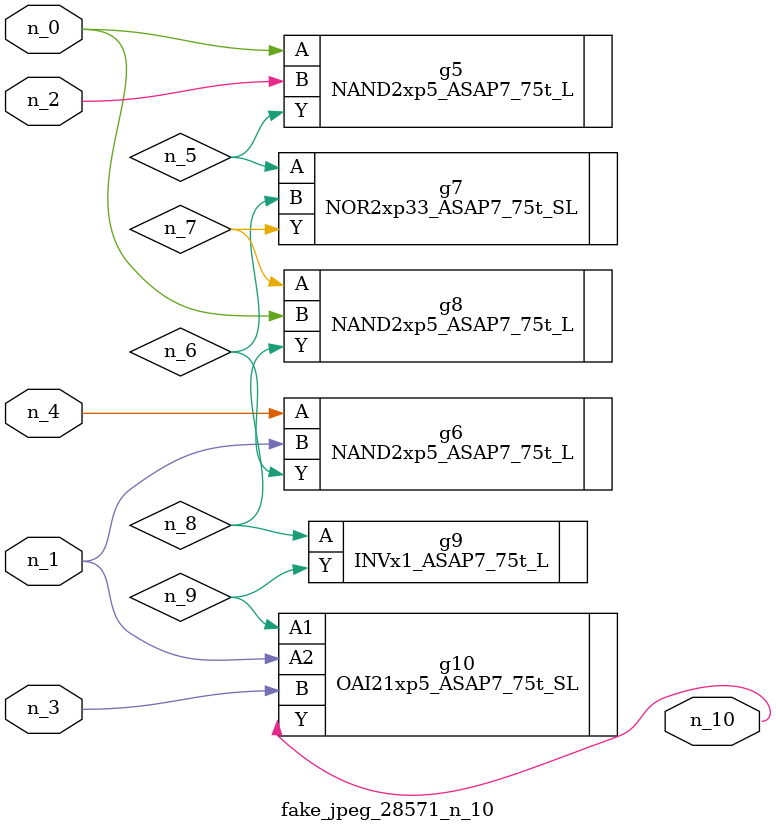
<source format=v>
module fake_jpeg_28571_n_10 (n_3, n_2, n_1, n_0, n_4, n_10);

input n_3;
input n_2;
input n_1;
input n_0;
input n_4;

output n_10;

wire n_8;
wire n_9;
wire n_6;
wire n_5;
wire n_7;

NAND2xp5_ASAP7_75t_L g5 ( 
.A(n_0),
.B(n_2),
.Y(n_5)
);

NAND2xp5_ASAP7_75t_L g6 ( 
.A(n_4),
.B(n_1),
.Y(n_6)
);

NOR2xp33_ASAP7_75t_SL g7 ( 
.A(n_5),
.B(n_6),
.Y(n_7)
);

NAND2xp5_ASAP7_75t_L g8 ( 
.A(n_7),
.B(n_0),
.Y(n_8)
);

INVx1_ASAP7_75t_L g9 ( 
.A(n_8),
.Y(n_9)
);

OAI21xp5_ASAP7_75t_SL g10 ( 
.A1(n_9),
.A2(n_1),
.B(n_3),
.Y(n_10)
);


endmodule
</source>
